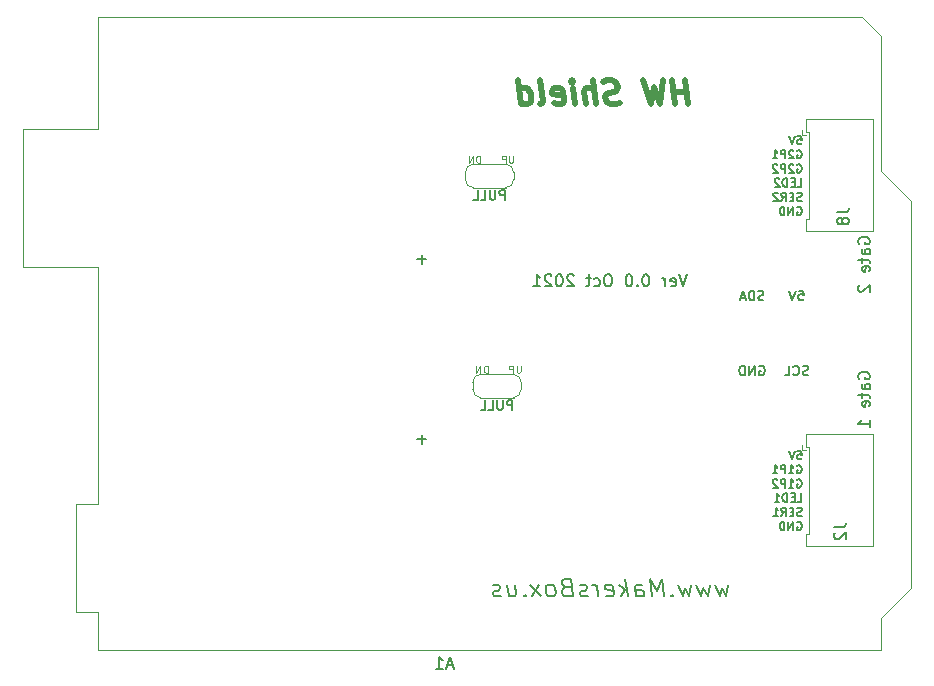
<source format=gbo>
G04 #@! TF.GenerationSoftware,KiCad,Pcbnew,(5.1.10)-1*
G04 #@! TF.CreationDate,2021-10-24T19:50:33-07:00*
G04 #@! TF.ProjectId,project,70726f6a-6563-4742-9e6b-696361645f70,rev?*
G04 #@! TF.SameCoordinates,Original*
G04 #@! TF.FileFunction,Legend,Bot*
G04 #@! TF.FilePolarity,Positive*
%FSLAX46Y46*%
G04 Gerber Fmt 4.6, Leading zero omitted, Abs format (unit mm)*
G04 Created by KiCad (PCBNEW (5.1.10)-1) date 2021-10-24 19:50:33*
%MOMM*%
%LPD*%
G01*
G04 APERTURE LIST*
%ADD10C,0.200000*%
%ADD11C,0.150000*%
%ADD12C,0.500000*%
%ADD13C,0.120000*%
%ADD14C,0.100000*%
G04 APERTURE END LIST*
D10*
X166268660Y-127948571D02*
X166107946Y-128948571D01*
X165732946Y-128234285D01*
X165536517Y-128948571D01*
X165125803Y-127948571D01*
X164697232Y-127948571D02*
X164536517Y-128948571D01*
X164161517Y-128234285D01*
X163965089Y-128948571D01*
X163554375Y-127948571D01*
X163125803Y-127948571D02*
X162965089Y-128948571D01*
X162590089Y-128234285D01*
X162393660Y-128948571D01*
X161982946Y-127948571D01*
X161518660Y-128805714D02*
X161456160Y-128877142D01*
X161536517Y-128948571D01*
X161599017Y-128877142D01*
X161518660Y-128805714D01*
X161536517Y-128948571D01*
X160822232Y-128948571D02*
X160634732Y-127448571D01*
X160268660Y-128520000D01*
X159634732Y-127448571D01*
X159822232Y-128948571D01*
X158465089Y-128948571D02*
X158366875Y-128162857D01*
X158420446Y-128020000D01*
X158554375Y-127948571D01*
X158840089Y-127948571D01*
X158991875Y-128020000D01*
X158456160Y-128877142D02*
X158607946Y-128948571D01*
X158965089Y-128948571D01*
X159099017Y-128877142D01*
X159152589Y-128734285D01*
X159134732Y-128591428D01*
X159045446Y-128448571D01*
X158893660Y-128377142D01*
X158536517Y-128377142D01*
X158384732Y-128305714D01*
X157750803Y-128948571D02*
X157563303Y-127448571D01*
X157536517Y-128377142D02*
X157179375Y-128948571D01*
X157054375Y-127948571D02*
X157697232Y-128520000D01*
X155956160Y-128877142D02*
X156107946Y-128948571D01*
X156393660Y-128948571D01*
X156527589Y-128877142D01*
X156581160Y-128734285D01*
X156509732Y-128162857D01*
X156420446Y-128020000D01*
X156268660Y-127948571D01*
X155982946Y-127948571D01*
X155849017Y-128020000D01*
X155795446Y-128162857D01*
X155813303Y-128305714D01*
X156545446Y-128448571D01*
X155250803Y-128948571D02*
X155125803Y-127948571D01*
X155161517Y-128234285D02*
X155072232Y-128091428D01*
X154991875Y-128020000D01*
X154840089Y-127948571D01*
X154697232Y-127948571D01*
X154384732Y-128877142D02*
X154250803Y-128948571D01*
X153965089Y-128948571D01*
X153813303Y-128877142D01*
X153724017Y-128734285D01*
X153715089Y-128662857D01*
X153768660Y-128520000D01*
X153902589Y-128448571D01*
X154116875Y-128448571D01*
X154250803Y-128377142D01*
X154304375Y-128234285D01*
X154295446Y-128162857D01*
X154206160Y-128020000D01*
X154054375Y-127948571D01*
X153840089Y-127948571D01*
X153706160Y-128020000D01*
X152509732Y-128162857D02*
X152304375Y-128234285D01*
X152241875Y-128305714D01*
X152188303Y-128448571D01*
X152215089Y-128662857D01*
X152304375Y-128805714D01*
X152384732Y-128877142D01*
X152536517Y-128948571D01*
X153107946Y-128948571D01*
X152920446Y-127448571D01*
X152420446Y-127448571D01*
X152286517Y-127520000D01*
X152224017Y-127591428D01*
X152170446Y-127734285D01*
X152188303Y-127877142D01*
X152277589Y-128020000D01*
X152357946Y-128091428D01*
X152509732Y-128162857D01*
X153009732Y-128162857D01*
X151393660Y-128948571D02*
X151527589Y-128877142D01*
X151590089Y-128805714D01*
X151643660Y-128662857D01*
X151590089Y-128234285D01*
X151500803Y-128091428D01*
X151420446Y-128020000D01*
X151268660Y-127948571D01*
X151054375Y-127948571D01*
X150920446Y-128020000D01*
X150857946Y-128091428D01*
X150804375Y-128234285D01*
X150857946Y-128662857D01*
X150947232Y-128805714D01*
X151027589Y-128877142D01*
X151179375Y-128948571D01*
X151393660Y-128948571D01*
X150393660Y-128948571D02*
X149482946Y-127948571D01*
X150268660Y-127948571D02*
X149607946Y-128948571D01*
X149018660Y-128805714D02*
X148956160Y-128877142D01*
X149036517Y-128948571D01*
X149099017Y-128877142D01*
X149018660Y-128805714D01*
X149036517Y-128948571D01*
X147554375Y-127948571D02*
X147679375Y-128948571D01*
X148197232Y-127948571D02*
X148295446Y-128734285D01*
X148241875Y-128877142D01*
X148107946Y-128948571D01*
X147893660Y-128948571D01*
X147741875Y-128877142D01*
X147661517Y-128805714D01*
X147027589Y-128877142D02*
X146893660Y-128948571D01*
X146607946Y-128948571D01*
X146456160Y-128877142D01*
X146366875Y-128734285D01*
X146357946Y-128662857D01*
X146411517Y-128520000D01*
X146545446Y-128448571D01*
X146759732Y-128448571D01*
X146893660Y-128377142D01*
X146947232Y-128234285D01*
X146938303Y-128162857D01*
X146849017Y-128020000D01*
X146697232Y-127948571D01*
X146482946Y-127948571D01*
X146349017Y-128020000D01*
D11*
X162757619Y-101687380D02*
X162424285Y-102687380D01*
X162090952Y-101687380D01*
X161376666Y-102639761D02*
X161471904Y-102687380D01*
X161662380Y-102687380D01*
X161757619Y-102639761D01*
X161805238Y-102544523D01*
X161805238Y-102163571D01*
X161757619Y-102068333D01*
X161662380Y-102020714D01*
X161471904Y-102020714D01*
X161376666Y-102068333D01*
X161329047Y-102163571D01*
X161329047Y-102258809D01*
X161805238Y-102354047D01*
X160900476Y-102687380D02*
X160900476Y-102020714D01*
X160900476Y-102211190D02*
X160852857Y-102115952D01*
X160805238Y-102068333D01*
X160710000Y-102020714D01*
X160614761Y-102020714D01*
X159329047Y-101687380D02*
X159233809Y-101687380D01*
X159138571Y-101735000D01*
X159090952Y-101782619D01*
X159043333Y-101877857D01*
X158995714Y-102068333D01*
X158995714Y-102306428D01*
X159043333Y-102496904D01*
X159090952Y-102592142D01*
X159138571Y-102639761D01*
X159233809Y-102687380D01*
X159329047Y-102687380D01*
X159424285Y-102639761D01*
X159471904Y-102592142D01*
X159519523Y-102496904D01*
X159567142Y-102306428D01*
X159567142Y-102068333D01*
X159519523Y-101877857D01*
X159471904Y-101782619D01*
X159424285Y-101735000D01*
X159329047Y-101687380D01*
X158567142Y-102592142D02*
X158519523Y-102639761D01*
X158567142Y-102687380D01*
X158614761Y-102639761D01*
X158567142Y-102592142D01*
X158567142Y-102687380D01*
X157900476Y-101687380D02*
X157805238Y-101687380D01*
X157710000Y-101735000D01*
X157662380Y-101782619D01*
X157614761Y-101877857D01*
X157567142Y-102068333D01*
X157567142Y-102306428D01*
X157614761Y-102496904D01*
X157662380Y-102592142D01*
X157710000Y-102639761D01*
X157805238Y-102687380D01*
X157900476Y-102687380D01*
X157995714Y-102639761D01*
X158043333Y-102592142D01*
X158090952Y-102496904D01*
X158138571Y-102306428D01*
X158138571Y-102068333D01*
X158090952Y-101877857D01*
X158043333Y-101782619D01*
X157995714Y-101735000D01*
X157900476Y-101687380D01*
X156186190Y-101687380D02*
X155995714Y-101687380D01*
X155900476Y-101735000D01*
X155805238Y-101830238D01*
X155757619Y-102020714D01*
X155757619Y-102354047D01*
X155805238Y-102544523D01*
X155900476Y-102639761D01*
X155995714Y-102687380D01*
X156186190Y-102687380D01*
X156281428Y-102639761D01*
X156376666Y-102544523D01*
X156424285Y-102354047D01*
X156424285Y-102020714D01*
X156376666Y-101830238D01*
X156281428Y-101735000D01*
X156186190Y-101687380D01*
X154900476Y-102639761D02*
X154995714Y-102687380D01*
X155186190Y-102687380D01*
X155281428Y-102639761D01*
X155329047Y-102592142D01*
X155376666Y-102496904D01*
X155376666Y-102211190D01*
X155329047Y-102115952D01*
X155281428Y-102068333D01*
X155186190Y-102020714D01*
X154995714Y-102020714D01*
X154900476Y-102068333D01*
X154614761Y-102020714D02*
X154233809Y-102020714D01*
X154471904Y-101687380D02*
X154471904Y-102544523D01*
X154424285Y-102639761D01*
X154329047Y-102687380D01*
X154233809Y-102687380D01*
X153186190Y-101782619D02*
X153138571Y-101735000D01*
X153043333Y-101687380D01*
X152805238Y-101687380D01*
X152710000Y-101735000D01*
X152662380Y-101782619D01*
X152614761Y-101877857D01*
X152614761Y-101973095D01*
X152662380Y-102115952D01*
X153233809Y-102687380D01*
X152614761Y-102687380D01*
X151995714Y-101687380D02*
X151900476Y-101687380D01*
X151805238Y-101735000D01*
X151757619Y-101782619D01*
X151710000Y-101877857D01*
X151662380Y-102068333D01*
X151662380Y-102306428D01*
X151710000Y-102496904D01*
X151757619Y-102592142D01*
X151805238Y-102639761D01*
X151900476Y-102687380D01*
X151995714Y-102687380D01*
X152090952Y-102639761D01*
X152138571Y-102592142D01*
X152186190Y-102496904D01*
X152233809Y-102306428D01*
X152233809Y-102068333D01*
X152186190Y-101877857D01*
X152138571Y-101782619D01*
X152090952Y-101735000D01*
X151995714Y-101687380D01*
X151281428Y-101782619D02*
X151233809Y-101735000D01*
X151138571Y-101687380D01*
X150900476Y-101687380D01*
X150805238Y-101735000D01*
X150757619Y-101782619D01*
X150710000Y-101877857D01*
X150710000Y-101973095D01*
X150757619Y-102115952D01*
X151329047Y-102687380D01*
X150710000Y-102687380D01*
X149757619Y-102687380D02*
X150329047Y-102687380D01*
X150043333Y-102687380D02*
X150043333Y-101687380D01*
X150138571Y-101830238D01*
X150233809Y-101925476D01*
X150329047Y-101973095D01*
D12*
X162886458Y-87264761D02*
X162636458Y-85264761D01*
X162755505Y-86217142D02*
X161612648Y-86217142D01*
X161743601Y-87264761D02*
X161493601Y-85264761D01*
X160731696Y-85264761D02*
X160505505Y-87264761D01*
X159945982Y-85836190D01*
X159743601Y-87264761D01*
X159017410Y-85264761D01*
X157065029Y-87169523D02*
X156791220Y-87264761D01*
X156315029Y-87264761D01*
X156112648Y-87169523D01*
X156005505Y-87074285D01*
X155886458Y-86883809D01*
X155862648Y-86693333D01*
X155934077Y-86502857D01*
X156017410Y-86407619D01*
X156195982Y-86312380D01*
X156565029Y-86217142D01*
X156743601Y-86121904D01*
X156826934Y-86026666D01*
X156898363Y-85836190D01*
X156874553Y-85645714D01*
X156755505Y-85455238D01*
X156648363Y-85360000D01*
X156445982Y-85264761D01*
X155969791Y-85264761D01*
X155695982Y-85360000D01*
X155076934Y-87264761D02*
X154826934Y-85264761D01*
X154219791Y-87264761D02*
X154088839Y-86217142D01*
X154160267Y-86026666D01*
X154338839Y-85931428D01*
X154624553Y-85931428D01*
X154826934Y-86026666D01*
X154934077Y-86121904D01*
X153267410Y-87264761D02*
X153100744Y-85931428D01*
X153017410Y-85264761D02*
X153124553Y-85360000D01*
X153041220Y-85455238D01*
X152934077Y-85360000D01*
X153017410Y-85264761D01*
X153041220Y-85455238D01*
X151541220Y-87169523D02*
X151743601Y-87264761D01*
X152124553Y-87264761D01*
X152303125Y-87169523D01*
X152374553Y-86979047D01*
X152279315Y-86217142D01*
X152160267Y-86026666D01*
X151957886Y-85931428D01*
X151576934Y-85931428D01*
X151398363Y-86026666D01*
X151326934Y-86217142D01*
X151350744Y-86407619D01*
X152326934Y-86598095D01*
X150315029Y-87264761D02*
X150493601Y-87169523D01*
X150565029Y-86979047D01*
X150350744Y-85264761D01*
X148695982Y-87264761D02*
X148445982Y-85264761D01*
X148684077Y-87169523D02*
X148886458Y-87264761D01*
X149267410Y-87264761D01*
X149445982Y-87169523D01*
X149529315Y-87074285D01*
X149600744Y-86883809D01*
X149529315Y-86312380D01*
X149410267Y-86121904D01*
X149303125Y-86026666D01*
X149100744Y-85931428D01*
X148719791Y-85931428D01*
X148541220Y-86026666D01*
D11*
X172237380Y-103066904D02*
X172618333Y-103066904D01*
X172656428Y-103447857D01*
X172618333Y-103409761D01*
X172542142Y-103371666D01*
X172351666Y-103371666D01*
X172275476Y-103409761D01*
X172237380Y-103447857D01*
X172199285Y-103524047D01*
X172199285Y-103714523D01*
X172237380Y-103790714D01*
X172275476Y-103828809D01*
X172351666Y-103866904D01*
X172542142Y-103866904D01*
X172618333Y-103828809D01*
X172656428Y-103790714D01*
X171970714Y-103066904D02*
X171704047Y-103866904D01*
X171437380Y-103066904D01*
X168884523Y-109455000D02*
X168960714Y-109416904D01*
X169075000Y-109416904D01*
X169189285Y-109455000D01*
X169265476Y-109531190D01*
X169303571Y-109607380D01*
X169341666Y-109759761D01*
X169341666Y-109874047D01*
X169303571Y-110026428D01*
X169265476Y-110102619D01*
X169189285Y-110178809D01*
X169075000Y-110216904D01*
X168998809Y-110216904D01*
X168884523Y-110178809D01*
X168846428Y-110140714D01*
X168846428Y-109874047D01*
X168998809Y-109874047D01*
X168503571Y-110216904D02*
X168503571Y-109416904D01*
X168046428Y-110216904D01*
X168046428Y-109416904D01*
X167665476Y-110216904D02*
X167665476Y-109416904D01*
X167475000Y-109416904D01*
X167360714Y-109455000D01*
X167284523Y-109531190D01*
X167246428Y-109607380D01*
X167208333Y-109759761D01*
X167208333Y-109874047D01*
X167246428Y-110026428D01*
X167284523Y-110102619D01*
X167360714Y-110178809D01*
X167475000Y-110216904D01*
X167665476Y-110216904D01*
X173037380Y-110178809D02*
X172923095Y-110216904D01*
X172732619Y-110216904D01*
X172656428Y-110178809D01*
X172618333Y-110140714D01*
X172580238Y-110064523D01*
X172580238Y-109988333D01*
X172618333Y-109912142D01*
X172656428Y-109874047D01*
X172732619Y-109835952D01*
X172885000Y-109797857D01*
X172961190Y-109759761D01*
X172999285Y-109721666D01*
X173037380Y-109645476D01*
X173037380Y-109569285D01*
X172999285Y-109493095D01*
X172961190Y-109455000D01*
X172885000Y-109416904D01*
X172694523Y-109416904D01*
X172580238Y-109455000D01*
X171780238Y-110140714D02*
X171818333Y-110178809D01*
X171932619Y-110216904D01*
X172008809Y-110216904D01*
X172123095Y-110178809D01*
X172199285Y-110102619D01*
X172237380Y-110026428D01*
X172275476Y-109874047D01*
X172275476Y-109759761D01*
X172237380Y-109607380D01*
X172199285Y-109531190D01*
X172123095Y-109455000D01*
X172008809Y-109416904D01*
X171932619Y-109416904D01*
X171818333Y-109455000D01*
X171780238Y-109493095D01*
X171056428Y-110216904D02*
X171437380Y-110216904D01*
X171437380Y-109416904D01*
X169246428Y-103828809D02*
X169132142Y-103866904D01*
X168941666Y-103866904D01*
X168865476Y-103828809D01*
X168827380Y-103790714D01*
X168789285Y-103714523D01*
X168789285Y-103638333D01*
X168827380Y-103562142D01*
X168865476Y-103524047D01*
X168941666Y-103485952D01*
X169094047Y-103447857D01*
X169170238Y-103409761D01*
X169208333Y-103371666D01*
X169246428Y-103295476D01*
X169246428Y-103219285D01*
X169208333Y-103143095D01*
X169170238Y-103105000D01*
X169094047Y-103066904D01*
X168903571Y-103066904D01*
X168789285Y-103105000D01*
X168446428Y-103866904D02*
X168446428Y-103066904D01*
X168255952Y-103066904D01*
X168141666Y-103105000D01*
X168065476Y-103181190D01*
X168027380Y-103257380D01*
X167989285Y-103409761D01*
X167989285Y-103524047D01*
X168027380Y-103676428D01*
X168065476Y-103752619D01*
X168141666Y-103828809D01*
X168255952Y-103866904D01*
X168446428Y-103866904D01*
X167684523Y-103638333D02*
X167303571Y-103638333D01*
X167760714Y-103866904D02*
X167494047Y-103066904D01*
X167227380Y-103866904D01*
X139954047Y-100401428D02*
X140715952Y-100401428D01*
X140335000Y-100782380D02*
X140335000Y-100020476D01*
X139954047Y-115641428D02*
X140715952Y-115641428D01*
X140335000Y-116022380D02*
X140335000Y-115260476D01*
X172122500Y-116631666D02*
X172455833Y-116631666D01*
X172489166Y-116965000D01*
X172455833Y-116931666D01*
X172389166Y-116898333D01*
X172222500Y-116898333D01*
X172155833Y-116931666D01*
X172122500Y-116965000D01*
X172089166Y-117031666D01*
X172089166Y-117198333D01*
X172122500Y-117265000D01*
X172155833Y-117298333D01*
X172222500Y-117331666D01*
X172389166Y-117331666D01*
X172455833Y-117298333D01*
X172489166Y-117265000D01*
X171889166Y-116631666D02*
X171655833Y-117331666D01*
X171422500Y-116631666D01*
X172089166Y-117865000D02*
X172155833Y-117831666D01*
X172255833Y-117831666D01*
X172355833Y-117865000D01*
X172422500Y-117931666D01*
X172455833Y-117998333D01*
X172489166Y-118131666D01*
X172489166Y-118231666D01*
X172455833Y-118365000D01*
X172422500Y-118431666D01*
X172355833Y-118498333D01*
X172255833Y-118531666D01*
X172189166Y-118531666D01*
X172089166Y-118498333D01*
X172055833Y-118465000D01*
X172055833Y-118231666D01*
X172189166Y-118231666D01*
X171389166Y-118531666D02*
X171789166Y-118531666D01*
X171589166Y-118531666D02*
X171589166Y-117831666D01*
X171655833Y-117931666D01*
X171722500Y-117998333D01*
X171789166Y-118031666D01*
X171089166Y-118531666D02*
X171089166Y-117831666D01*
X170822500Y-117831666D01*
X170755833Y-117865000D01*
X170722500Y-117898333D01*
X170689166Y-117965000D01*
X170689166Y-118065000D01*
X170722500Y-118131666D01*
X170755833Y-118165000D01*
X170822500Y-118198333D01*
X171089166Y-118198333D01*
X170022500Y-118531666D02*
X170422500Y-118531666D01*
X170222500Y-118531666D02*
X170222500Y-117831666D01*
X170289166Y-117931666D01*
X170355833Y-117998333D01*
X170422500Y-118031666D01*
X172089166Y-119065000D02*
X172155833Y-119031666D01*
X172255833Y-119031666D01*
X172355833Y-119065000D01*
X172422500Y-119131666D01*
X172455833Y-119198333D01*
X172489166Y-119331666D01*
X172489166Y-119431666D01*
X172455833Y-119565000D01*
X172422500Y-119631666D01*
X172355833Y-119698333D01*
X172255833Y-119731666D01*
X172189166Y-119731666D01*
X172089166Y-119698333D01*
X172055833Y-119665000D01*
X172055833Y-119431666D01*
X172189166Y-119431666D01*
X171389166Y-119731666D02*
X171789166Y-119731666D01*
X171589166Y-119731666D02*
X171589166Y-119031666D01*
X171655833Y-119131666D01*
X171722500Y-119198333D01*
X171789166Y-119231666D01*
X171089166Y-119731666D02*
X171089166Y-119031666D01*
X170822500Y-119031666D01*
X170755833Y-119065000D01*
X170722500Y-119098333D01*
X170689166Y-119165000D01*
X170689166Y-119265000D01*
X170722500Y-119331666D01*
X170755833Y-119365000D01*
X170822500Y-119398333D01*
X171089166Y-119398333D01*
X170422500Y-119098333D02*
X170389166Y-119065000D01*
X170322500Y-119031666D01*
X170155833Y-119031666D01*
X170089166Y-119065000D01*
X170055833Y-119098333D01*
X170022500Y-119165000D01*
X170022500Y-119231666D01*
X170055833Y-119331666D01*
X170455833Y-119731666D01*
X170022500Y-119731666D01*
X172122500Y-120931666D02*
X172455833Y-120931666D01*
X172455833Y-120231666D01*
X171889166Y-120565000D02*
X171655833Y-120565000D01*
X171555833Y-120931666D02*
X171889166Y-120931666D01*
X171889166Y-120231666D01*
X171555833Y-120231666D01*
X171255833Y-120931666D02*
X171255833Y-120231666D01*
X171089166Y-120231666D01*
X170989166Y-120265000D01*
X170922500Y-120331666D01*
X170889166Y-120398333D01*
X170855833Y-120531666D01*
X170855833Y-120631666D01*
X170889166Y-120765000D01*
X170922500Y-120831666D01*
X170989166Y-120898333D01*
X171089166Y-120931666D01*
X171255833Y-120931666D01*
X170189166Y-120931666D02*
X170589166Y-120931666D01*
X170389166Y-120931666D02*
X170389166Y-120231666D01*
X170455833Y-120331666D01*
X170522500Y-120398333D01*
X170589166Y-120431666D01*
X172489166Y-122098333D02*
X172389166Y-122131666D01*
X172222500Y-122131666D01*
X172155833Y-122098333D01*
X172122500Y-122065000D01*
X172089166Y-121998333D01*
X172089166Y-121931666D01*
X172122500Y-121865000D01*
X172155833Y-121831666D01*
X172222500Y-121798333D01*
X172355833Y-121765000D01*
X172422500Y-121731666D01*
X172455833Y-121698333D01*
X172489166Y-121631666D01*
X172489166Y-121565000D01*
X172455833Y-121498333D01*
X172422500Y-121465000D01*
X172355833Y-121431666D01*
X172189166Y-121431666D01*
X172089166Y-121465000D01*
X171789166Y-121765000D02*
X171555833Y-121765000D01*
X171455833Y-122131666D02*
X171789166Y-122131666D01*
X171789166Y-121431666D01*
X171455833Y-121431666D01*
X170755833Y-122131666D02*
X170989166Y-121798333D01*
X171155833Y-122131666D02*
X171155833Y-121431666D01*
X170889166Y-121431666D01*
X170822500Y-121465000D01*
X170789166Y-121498333D01*
X170755833Y-121565000D01*
X170755833Y-121665000D01*
X170789166Y-121731666D01*
X170822500Y-121765000D01*
X170889166Y-121798333D01*
X171155833Y-121798333D01*
X170089166Y-122131666D02*
X170489166Y-122131666D01*
X170289166Y-122131666D02*
X170289166Y-121431666D01*
X170355833Y-121531666D01*
X170422500Y-121598333D01*
X170489166Y-121631666D01*
X172089166Y-122665000D02*
X172155833Y-122631666D01*
X172255833Y-122631666D01*
X172355833Y-122665000D01*
X172422500Y-122731666D01*
X172455833Y-122798333D01*
X172489166Y-122931666D01*
X172489166Y-123031666D01*
X172455833Y-123165000D01*
X172422500Y-123231666D01*
X172355833Y-123298333D01*
X172255833Y-123331666D01*
X172189166Y-123331666D01*
X172089166Y-123298333D01*
X172055833Y-123265000D01*
X172055833Y-123031666D01*
X172189166Y-123031666D01*
X171755833Y-123331666D02*
X171755833Y-122631666D01*
X171355833Y-123331666D01*
X171355833Y-122631666D01*
X171022500Y-123331666D02*
X171022500Y-122631666D01*
X170855833Y-122631666D01*
X170755833Y-122665000D01*
X170689166Y-122731666D01*
X170655833Y-122798333D01*
X170622500Y-122931666D01*
X170622500Y-123031666D01*
X170655833Y-123165000D01*
X170689166Y-123231666D01*
X170755833Y-123298333D01*
X170855833Y-123331666D01*
X171022500Y-123331666D01*
X172122500Y-89961666D02*
X172455833Y-89961666D01*
X172489166Y-90295000D01*
X172455833Y-90261666D01*
X172389166Y-90228333D01*
X172222500Y-90228333D01*
X172155833Y-90261666D01*
X172122500Y-90295000D01*
X172089166Y-90361666D01*
X172089166Y-90528333D01*
X172122500Y-90595000D01*
X172155833Y-90628333D01*
X172222500Y-90661666D01*
X172389166Y-90661666D01*
X172455833Y-90628333D01*
X172489166Y-90595000D01*
X171889166Y-89961666D02*
X171655833Y-90661666D01*
X171422500Y-89961666D01*
X172089166Y-91195000D02*
X172155833Y-91161666D01*
X172255833Y-91161666D01*
X172355833Y-91195000D01*
X172422500Y-91261666D01*
X172455833Y-91328333D01*
X172489166Y-91461666D01*
X172489166Y-91561666D01*
X172455833Y-91695000D01*
X172422500Y-91761666D01*
X172355833Y-91828333D01*
X172255833Y-91861666D01*
X172189166Y-91861666D01*
X172089166Y-91828333D01*
X172055833Y-91795000D01*
X172055833Y-91561666D01*
X172189166Y-91561666D01*
X171789166Y-91228333D02*
X171755833Y-91195000D01*
X171689166Y-91161666D01*
X171522500Y-91161666D01*
X171455833Y-91195000D01*
X171422500Y-91228333D01*
X171389166Y-91295000D01*
X171389166Y-91361666D01*
X171422500Y-91461666D01*
X171822500Y-91861666D01*
X171389166Y-91861666D01*
X171089166Y-91861666D02*
X171089166Y-91161666D01*
X170822500Y-91161666D01*
X170755833Y-91195000D01*
X170722500Y-91228333D01*
X170689166Y-91295000D01*
X170689166Y-91395000D01*
X170722500Y-91461666D01*
X170755833Y-91495000D01*
X170822500Y-91528333D01*
X171089166Y-91528333D01*
X170022500Y-91861666D02*
X170422500Y-91861666D01*
X170222500Y-91861666D02*
X170222500Y-91161666D01*
X170289166Y-91261666D01*
X170355833Y-91328333D01*
X170422500Y-91361666D01*
X172089166Y-92395000D02*
X172155833Y-92361666D01*
X172255833Y-92361666D01*
X172355833Y-92395000D01*
X172422500Y-92461666D01*
X172455833Y-92528333D01*
X172489166Y-92661666D01*
X172489166Y-92761666D01*
X172455833Y-92895000D01*
X172422500Y-92961666D01*
X172355833Y-93028333D01*
X172255833Y-93061666D01*
X172189166Y-93061666D01*
X172089166Y-93028333D01*
X172055833Y-92995000D01*
X172055833Y-92761666D01*
X172189166Y-92761666D01*
X171789166Y-92428333D02*
X171755833Y-92395000D01*
X171689166Y-92361666D01*
X171522500Y-92361666D01*
X171455833Y-92395000D01*
X171422500Y-92428333D01*
X171389166Y-92495000D01*
X171389166Y-92561666D01*
X171422500Y-92661666D01*
X171822500Y-93061666D01*
X171389166Y-93061666D01*
X171089166Y-93061666D02*
X171089166Y-92361666D01*
X170822500Y-92361666D01*
X170755833Y-92395000D01*
X170722500Y-92428333D01*
X170689166Y-92495000D01*
X170689166Y-92595000D01*
X170722500Y-92661666D01*
X170755833Y-92695000D01*
X170822500Y-92728333D01*
X171089166Y-92728333D01*
X170422500Y-92428333D02*
X170389166Y-92395000D01*
X170322500Y-92361666D01*
X170155833Y-92361666D01*
X170089166Y-92395000D01*
X170055833Y-92428333D01*
X170022500Y-92495000D01*
X170022500Y-92561666D01*
X170055833Y-92661666D01*
X170455833Y-93061666D01*
X170022500Y-93061666D01*
X172122500Y-94261666D02*
X172455833Y-94261666D01*
X172455833Y-93561666D01*
X171889166Y-93895000D02*
X171655833Y-93895000D01*
X171555833Y-94261666D02*
X171889166Y-94261666D01*
X171889166Y-93561666D01*
X171555833Y-93561666D01*
X171255833Y-94261666D02*
X171255833Y-93561666D01*
X171089166Y-93561666D01*
X170989166Y-93595000D01*
X170922500Y-93661666D01*
X170889166Y-93728333D01*
X170855833Y-93861666D01*
X170855833Y-93961666D01*
X170889166Y-94095000D01*
X170922500Y-94161666D01*
X170989166Y-94228333D01*
X171089166Y-94261666D01*
X171255833Y-94261666D01*
X170589166Y-93628333D02*
X170555833Y-93595000D01*
X170489166Y-93561666D01*
X170322500Y-93561666D01*
X170255833Y-93595000D01*
X170222500Y-93628333D01*
X170189166Y-93695000D01*
X170189166Y-93761666D01*
X170222500Y-93861666D01*
X170622500Y-94261666D01*
X170189166Y-94261666D01*
X172489166Y-95428333D02*
X172389166Y-95461666D01*
X172222500Y-95461666D01*
X172155833Y-95428333D01*
X172122500Y-95395000D01*
X172089166Y-95328333D01*
X172089166Y-95261666D01*
X172122500Y-95195000D01*
X172155833Y-95161666D01*
X172222500Y-95128333D01*
X172355833Y-95095000D01*
X172422500Y-95061666D01*
X172455833Y-95028333D01*
X172489166Y-94961666D01*
X172489166Y-94895000D01*
X172455833Y-94828333D01*
X172422500Y-94795000D01*
X172355833Y-94761666D01*
X172189166Y-94761666D01*
X172089166Y-94795000D01*
X171789166Y-95095000D02*
X171555833Y-95095000D01*
X171455833Y-95461666D02*
X171789166Y-95461666D01*
X171789166Y-94761666D01*
X171455833Y-94761666D01*
X170755833Y-95461666D02*
X170989166Y-95128333D01*
X171155833Y-95461666D02*
X171155833Y-94761666D01*
X170889166Y-94761666D01*
X170822500Y-94795000D01*
X170789166Y-94828333D01*
X170755833Y-94895000D01*
X170755833Y-94995000D01*
X170789166Y-95061666D01*
X170822500Y-95095000D01*
X170889166Y-95128333D01*
X171155833Y-95128333D01*
X170489166Y-94828333D02*
X170455833Y-94795000D01*
X170389166Y-94761666D01*
X170222500Y-94761666D01*
X170155833Y-94795000D01*
X170122500Y-94828333D01*
X170089166Y-94895000D01*
X170089166Y-94961666D01*
X170122500Y-95061666D01*
X170522500Y-95461666D01*
X170089166Y-95461666D01*
X172089166Y-95995000D02*
X172155833Y-95961666D01*
X172255833Y-95961666D01*
X172355833Y-95995000D01*
X172422500Y-96061666D01*
X172455833Y-96128333D01*
X172489166Y-96261666D01*
X172489166Y-96361666D01*
X172455833Y-96495000D01*
X172422500Y-96561666D01*
X172355833Y-96628333D01*
X172255833Y-96661666D01*
X172189166Y-96661666D01*
X172089166Y-96628333D01*
X172055833Y-96595000D01*
X172055833Y-96361666D01*
X172189166Y-96361666D01*
X171755833Y-96661666D02*
X171755833Y-95961666D01*
X171355833Y-96661666D01*
X171355833Y-95961666D01*
X171022500Y-96661666D02*
X171022500Y-95961666D01*
X170855833Y-95961666D01*
X170755833Y-95995000D01*
X170689166Y-96061666D01*
X170655833Y-96128333D01*
X170622500Y-96261666D01*
X170622500Y-96361666D01*
X170655833Y-96495000D01*
X170689166Y-96561666D01*
X170755833Y-96628333D01*
X170855833Y-96661666D01*
X171022500Y-96661666D01*
D13*
X147450000Y-92345000D02*
X144650000Y-92345000D01*
X144000000Y-93045000D02*
X144000000Y-93645000D01*
X144650000Y-94345000D02*
X147450000Y-94345000D01*
X148100000Y-93645000D02*
X148100000Y-93045000D01*
X148100000Y-93045000D02*
G75*
G03*
X147400000Y-92345000I-700000J0D01*
G01*
X147400000Y-94345000D02*
G75*
G03*
X148100000Y-93645000I0J700000D01*
G01*
X144000000Y-93645000D02*
G75*
G03*
X144700000Y-94345000I700000J0D01*
G01*
X144700000Y-92345000D02*
G75*
G03*
X144000000Y-93045000I0J-700000D01*
G01*
X148085000Y-110125000D02*
X145285000Y-110125000D01*
X144635000Y-110825000D02*
X144635000Y-111425000D01*
X145285000Y-112125000D02*
X148085000Y-112125000D01*
X148735000Y-111425000D02*
X148735000Y-110825000D01*
X148735000Y-110825000D02*
G75*
G03*
X148035000Y-110125000I-700000J0D01*
G01*
X148035000Y-112125000D02*
G75*
G03*
X148735000Y-111425000I0J700000D01*
G01*
X144635000Y-111425000D02*
G75*
G03*
X145335000Y-112125000I700000J0D01*
G01*
X145335000Y-110125000D02*
G75*
G03*
X144635000Y-110825000I0J-700000D01*
G01*
X179200000Y-92960000D02*
X181740000Y-95500000D01*
X179200000Y-81530000D02*
X179200000Y-92960000D01*
X177550000Y-79880000D02*
X179200000Y-81530000D01*
X112900000Y-79880000D02*
X177550000Y-79880000D01*
X112900000Y-89410000D02*
X112900000Y-79880000D01*
X106550000Y-89410000D02*
X112900000Y-89410000D01*
X106550000Y-101090000D02*
X106550000Y-89410000D01*
X112900000Y-101090000D02*
X106550000Y-101090000D01*
X112900000Y-121160000D02*
X112900000Y-101090000D01*
X111000000Y-121160000D02*
X112900000Y-121160000D01*
X111000000Y-130300000D02*
X111000000Y-121160000D01*
X112900000Y-130300000D02*
X111000000Y-130300000D01*
X112900000Y-133480000D02*
X112900000Y-130300000D01*
X179200000Y-133480000D02*
X112900000Y-133480000D01*
X179200000Y-130810000D02*
X179200000Y-133480000D01*
X181740000Y-128270000D02*
X179200000Y-130810000D01*
X181740000Y-95500000D02*
X181740000Y-128270000D01*
X172840000Y-116590000D02*
X172540000Y-116590000D01*
X172540000Y-116590000D02*
X172540000Y-116090000D01*
X173130000Y-119965000D02*
X173130000Y-116300000D01*
X173130000Y-116300000D02*
X172830000Y-116300000D01*
X172830000Y-116300000D02*
X172830000Y-115230000D01*
X172830000Y-115230000D02*
X178550000Y-115230000D01*
X178550000Y-115230000D02*
X178550000Y-119965000D01*
X173130000Y-119965000D02*
X173130000Y-123630000D01*
X173130000Y-123630000D02*
X172830000Y-123630000D01*
X172830000Y-123630000D02*
X172830000Y-124700000D01*
X172830000Y-124700000D02*
X178550000Y-124700000D01*
X178550000Y-124700000D02*
X178550000Y-119965000D01*
X178550000Y-98030000D02*
X178550000Y-93295000D01*
X172830000Y-98030000D02*
X178550000Y-98030000D01*
X172830000Y-96960000D02*
X172830000Y-98030000D01*
X173130000Y-96960000D02*
X172830000Y-96960000D01*
X173130000Y-93295000D02*
X173130000Y-96960000D01*
X178550000Y-88560000D02*
X178550000Y-93295000D01*
X172830000Y-88560000D02*
X178550000Y-88560000D01*
X172830000Y-89630000D02*
X172830000Y-88560000D01*
X173130000Y-89630000D02*
X172830000Y-89630000D01*
X173130000Y-93295000D02*
X173130000Y-89630000D01*
X172540000Y-89920000D02*
X172540000Y-89420000D01*
X172840000Y-89920000D02*
X172540000Y-89920000D01*
D11*
X147326190Y-95357904D02*
X147326190Y-94557904D01*
X147021428Y-94557904D01*
X146945238Y-94596000D01*
X146907142Y-94634095D01*
X146869047Y-94710285D01*
X146869047Y-94824571D01*
X146907142Y-94900761D01*
X146945238Y-94938857D01*
X147021428Y-94976952D01*
X147326190Y-94976952D01*
X146526190Y-94557904D02*
X146526190Y-95205523D01*
X146488095Y-95281714D01*
X146450000Y-95319809D01*
X146373809Y-95357904D01*
X146221428Y-95357904D01*
X146145238Y-95319809D01*
X146107142Y-95281714D01*
X146069047Y-95205523D01*
X146069047Y-94557904D01*
X145307142Y-95357904D02*
X145688095Y-95357904D01*
X145688095Y-94557904D01*
X144659523Y-95357904D02*
X145040476Y-95357904D01*
X145040476Y-94557904D01*
D14*
X148045428Y-91619428D02*
X148045428Y-92105142D01*
X148016857Y-92162285D01*
X147988285Y-92190857D01*
X147931142Y-92219428D01*
X147816857Y-92219428D01*
X147759714Y-92190857D01*
X147731142Y-92162285D01*
X147702571Y-92105142D01*
X147702571Y-91619428D01*
X147416857Y-92219428D02*
X147416857Y-91619428D01*
X147188285Y-91619428D01*
X147131142Y-91648000D01*
X147102571Y-91676571D01*
X147074000Y-91733714D01*
X147074000Y-91819428D01*
X147102571Y-91876571D01*
X147131142Y-91905142D01*
X147188285Y-91933714D01*
X147416857Y-91933714D01*
X145251428Y-92219428D02*
X145251428Y-91619428D01*
X145108571Y-91619428D01*
X145022857Y-91648000D01*
X144965714Y-91705142D01*
X144937142Y-91762285D01*
X144908571Y-91876571D01*
X144908571Y-91962285D01*
X144937142Y-92076571D01*
X144965714Y-92133714D01*
X145022857Y-92190857D01*
X145108571Y-92219428D01*
X145251428Y-92219428D01*
X144651428Y-92219428D02*
X144651428Y-91619428D01*
X144308571Y-92219428D01*
X144308571Y-91619428D01*
D11*
X147961190Y-113137904D02*
X147961190Y-112337904D01*
X147656428Y-112337904D01*
X147580238Y-112376000D01*
X147542142Y-112414095D01*
X147504047Y-112490285D01*
X147504047Y-112604571D01*
X147542142Y-112680761D01*
X147580238Y-112718857D01*
X147656428Y-112756952D01*
X147961190Y-112756952D01*
X147161190Y-112337904D02*
X147161190Y-112985523D01*
X147123095Y-113061714D01*
X147085000Y-113099809D01*
X147008809Y-113137904D01*
X146856428Y-113137904D01*
X146780238Y-113099809D01*
X146742142Y-113061714D01*
X146704047Y-112985523D01*
X146704047Y-112337904D01*
X145942142Y-113137904D02*
X146323095Y-113137904D01*
X146323095Y-112337904D01*
X145294523Y-113137904D02*
X145675476Y-113137904D01*
X145675476Y-112337904D01*
D14*
X148680428Y-109399428D02*
X148680428Y-109885142D01*
X148651857Y-109942285D01*
X148623285Y-109970857D01*
X148566142Y-109999428D01*
X148451857Y-109999428D01*
X148394714Y-109970857D01*
X148366142Y-109942285D01*
X148337571Y-109885142D01*
X148337571Y-109399428D01*
X148051857Y-109999428D02*
X148051857Y-109399428D01*
X147823285Y-109399428D01*
X147766142Y-109428000D01*
X147737571Y-109456571D01*
X147709000Y-109513714D01*
X147709000Y-109599428D01*
X147737571Y-109656571D01*
X147766142Y-109685142D01*
X147823285Y-109713714D01*
X148051857Y-109713714D01*
X145886428Y-109999428D02*
X145886428Y-109399428D01*
X145743571Y-109399428D01*
X145657857Y-109428000D01*
X145600714Y-109485142D01*
X145572142Y-109542285D01*
X145543571Y-109656571D01*
X145543571Y-109742285D01*
X145572142Y-109856571D01*
X145600714Y-109913714D01*
X145657857Y-109970857D01*
X145743571Y-109999428D01*
X145886428Y-109999428D01*
X145286428Y-109999428D02*
X145286428Y-109399428D01*
X144943571Y-109999428D01*
X144943571Y-109399428D01*
D11*
X142954285Y-134786666D02*
X142478095Y-134786666D01*
X143049523Y-135072380D02*
X142716190Y-134072380D01*
X142382857Y-135072380D01*
X141525714Y-135072380D02*
X142097142Y-135072380D01*
X141811428Y-135072380D02*
X141811428Y-134072380D01*
X141906666Y-134215238D01*
X142001904Y-134310476D01*
X142097142Y-134358095D01*
X175220380Y-123110666D02*
X175934666Y-123110666D01*
X176077523Y-123063047D01*
X176172761Y-122967809D01*
X176220380Y-122824952D01*
X176220380Y-122729714D01*
X175315619Y-123539238D02*
X175268000Y-123586857D01*
X175220380Y-123682095D01*
X175220380Y-123920190D01*
X175268000Y-124015428D01*
X175315619Y-124063047D01*
X175410857Y-124110666D01*
X175506095Y-124110666D01*
X175648952Y-124063047D01*
X176220380Y-123491619D01*
X176220380Y-124110666D01*
X177300000Y-110506095D02*
X177252380Y-110410857D01*
X177252380Y-110268000D01*
X177300000Y-110125142D01*
X177395238Y-110029904D01*
X177490476Y-109982285D01*
X177680952Y-109934666D01*
X177823809Y-109934666D01*
X178014285Y-109982285D01*
X178109523Y-110029904D01*
X178204761Y-110125142D01*
X178252380Y-110268000D01*
X178252380Y-110363238D01*
X178204761Y-110506095D01*
X178157142Y-110553714D01*
X177823809Y-110553714D01*
X177823809Y-110363238D01*
X178252380Y-111410857D02*
X177728571Y-111410857D01*
X177633333Y-111363238D01*
X177585714Y-111268000D01*
X177585714Y-111077523D01*
X177633333Y-110982285D01*
X178204761Y-111410857D02*
X178252380Y-111315619D01*
X178252380Y-111077523D01*
X178204761Y-110982285D01*
X178109523Y-110934666D01*
X178014285Y-110934666D01*
X177919047Y-110982285D01*
X177871428Y-111077523D01*
X177871428Y-111315619D01*
X177823809Y-111410857D01*
X177585714Y-111744190D02*
X177585714Y-112125142D01*
X177252380Y-111887047D02*
X178109523Y-111887047D01*
X178204761Y-111934666D01*
X178252380Y-112029904D01*
X178252380Y-112125142D01*
X178204761Y-112839428D02*
X178252380Y-112744190D01*
X178252380Y-112553714D01*
X178204761Y-112458476D01*
X178109523Y-112410857D01*
X177728571Y-112410857D01*
X177633333Y-112458476D01*
X177585714Y-112553714D01*
X177585714Y-112744190D01*
X177633333Y-112839428D01*
X177728571Y-112887047D01*
X177823809Y-112887047D01*
X177919047Y-112410857D01*
X178252380Y-114601333D02*
X178252380Y-114029904D01*
X178252380Y-114315619D02*
X177252380Y-114315619D01*
X177395238Y-114220380D01*
X177490476Y-114125142D01*
X177538095Y-114029904D01*
X175474380Y-96440666D02*
X176188666Y-96440666D01*
X176331523Y-96393047D01*
X176426761Y-96297809D01*
X176474380Y-96154952D01*
X176474380Y-96059714D01*
X175902952Y-97059714D02*
X175855333Y-96964476D01*
X175807714Y-96916857D01*
X175712476Y-96869238D01*
X175664857Y-96869238D01*
X175569619Y-96916857D01*
X175522000Y-96964476D01*
X175474380Y-97059714D01*
X175474380Y-97250190D01*
X175522000Y-97345428D01*
X175569619Y-97393047D01*
X175664857Y-97440666D01*
X175712476Y-97440666D01*
X175807714Y-97393047D01*
X175855333Y-97345428D01*
X175902952Y-97250190D01*
X175902952Y-97059714D01*
X175950571Y-96964476D01*
X175998190Y-96916857D01*
X176093428Y-96869238D01*
X176283904Y-96869238D01*
X176379142Y-96916857D01*
X176426761Y-96964476D01*
X176474380Y-97059714D01*
X176474380Y-97250190D01*
X176426761Y-97345428D01*
X176379142Y-97393047D01*
X176283904Y-97440666D01*
X176093428Y-97440666D01*
X175998190Y-97393047D01*
X175950571Y-97345428D01*
X175902952Y-97250190D01*
X177300000Y-99076095D02*
X177252380Y-98980857D01*
X177252380Y-98838000D01*
X177300000Y-98695142D01*
X177395238Y-98599904D01*
X177490476Y-98552285D01*
X177680952Y-98504666D01*
X177823809Y-98504666D01*
X178014285Y-98552285D01*
X178109523Y-98599904D01*
X178204761Y-98695142D01*
X178252380Y-98838000D01*
X178252380Y-98933238D01*
X178204761Y-99076095D01*
X178157142Y-99123714D01*
X177823809Y-99123714D01*
X177823809Y-98933238D01*
X178252380Y-99980857D02*
X177728571Y-99980857D01*
X177633333Y-99933238D01*
X177585714Y-99838000D01*
X177585714Y-99647523D01*
X177633333Y-99552285D01*
X178204761Y-99980857D02*
X178252380Y-99885619D01*
X178252380Y-99647523D01*
X178204761Y-99552285D01*
X178109523Y-99504666D01*
X178014285Y-99504666D01*
X177919047Y-99552285D01*
X177871428Y-99647523D01*
X177871428Y-99885619D01*
X177823809Y-99980857D01*
X177585714Y-100314190D02*
X177585714Y-100695142D01*
X177252380Y-100457047D02*
X178109523Y-100457047D01*
X178204761Y-100504666D01*
X178252380Y-100599904D01*
X178252380Y-100695142D01*
X178204761Y-101409428D02*
X178252380Y-101314190D01*
X178252380Y-101123714D01*
X178204761Y-101028476D01*
X178109523Y-100980857D01*
X177728571Y-100980857D01*
X177633333Y-101028476D01*
X177585714Y-101123714D01*
X177585714Y-101314190D01*
X177633333Y-101409428D01*
X177728571Y-101457047D01*
X177823809Y-101457047D01*
X177919047Y-100980857D01*
X177347619Y-102599904D02*
X177300000Y-102647523D01*
X177252380Y-102742761D01*
X177252380Y-102980857D01*
X177300000Y-103076095D01*
X177347619Y-103123714D01*
X177442857Y-103171333D01*
X177538095Y-103171333D01*
X177680952Y-103123714D01*
X178252380Y-102552285D01*
X178252380Y-103171333D01*
M02*

</source>
